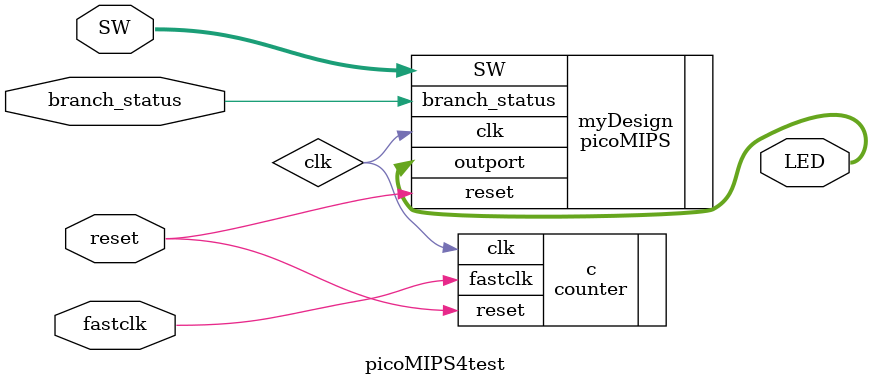
<source format=sv>
module picoMIPS4test(
  input logic fastclk,  // 50MHz Altera DE0 clock
  input logic reset,
  input logic branch_status,
  input logic [7:0] SW, // Switches SW0..SW9
  output logic [7:0] LED); // LEDs
  
  logic clk; // slow clock, about 10Hz
  
  counter c (.fastclk(fastclk), .reset(reset), .clk(clk)); // slow clk from counter
  
  // to obtain the cost figure, synthesise your design without the counter 
  // and the picoMIPS4test module using Cyclone IV E as target
  // and make a note of the synthesis statistics
  picoMIPS myDesign (.clk(clk), .reset(reset), .branch_status(branch_status), .SW(SW),.outport(LED));
  
endmodule  
</source>
